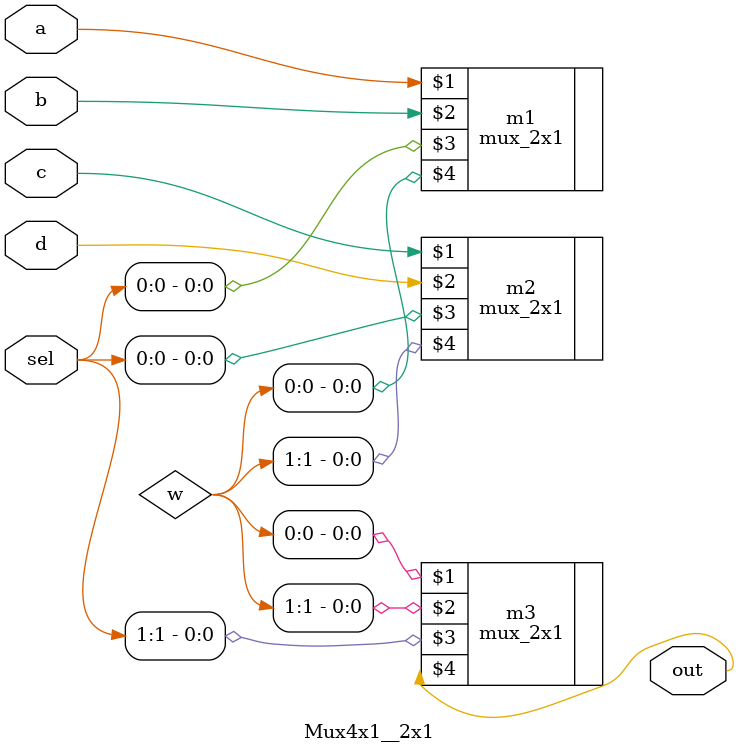
<source format=v>
`timescale 1ns / 1ps
module Mux4x1__2x1(
input a,b,c,d,
input [1:0] sel,
output out
    );
wire [1:0] w;
mux_2x1 m1(a,b,sel[0],w[0]);
mux_2x1 m2(c,d,sel[0],w[1]);
mux_2x1 m3(w[0],w[1],sel[1],out);

endmodule

</source>
